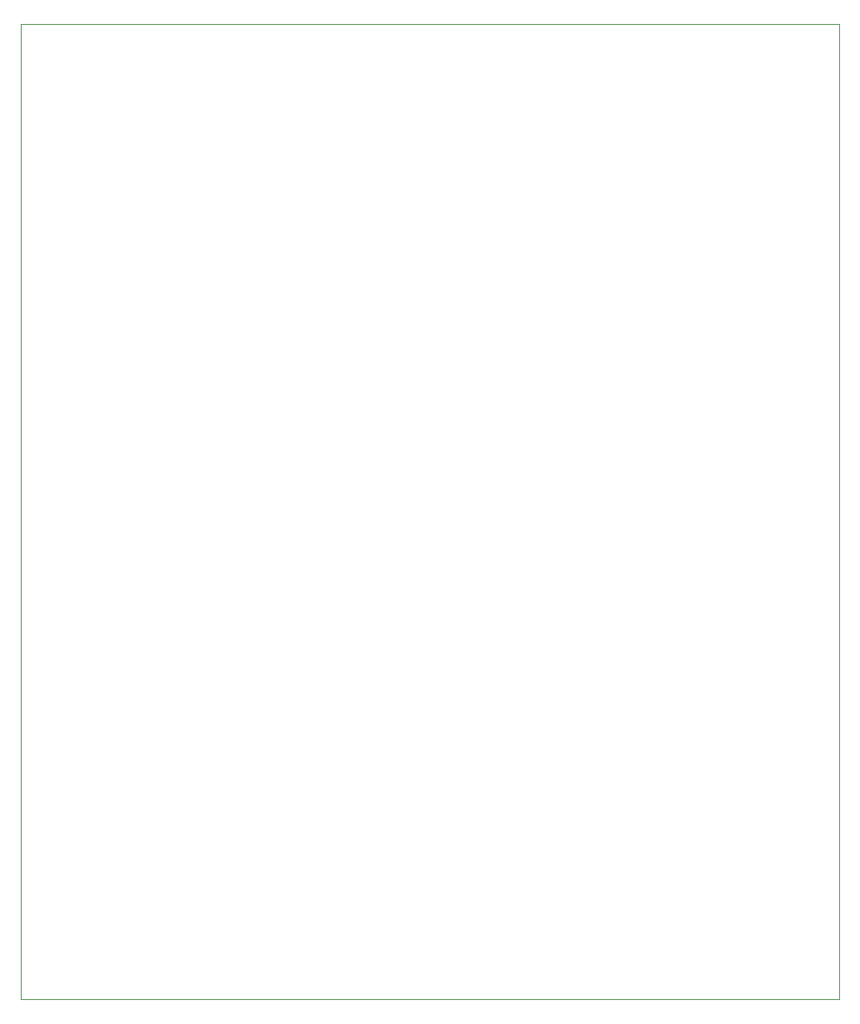
<source format=gm1>
G04 #@! TF.GenerationSoftware,KiCad,Pcbnew,(6.0.0)*
G04 #@! TF.CreationDate,2022-08-19T13:46:40+02:00*
G04 #@! TF.ProjectId,bottom,626f7474-6f6d-42e6-9b69-6361645f7063,rev?*
G04 #@! TF.SameCoordinates,Original*
G04 #@! TF.FileFunction,Profile,NP*
%FSLAX46Y46*%
G04 Gerber Fmt 4.6, Leading zero omitted, Abs format (unit mm)*
G04 Created by KiCad (PCBNEW (6.0.0)) date 2022-08-19 13:46:40*
%MOMM*%
%LPD*%
G01*
G04 APERTURE LIST*
G04 #@! TA.AperFunction,Profile*
%ADD10C,0.100000*%
G04 #@! TD*
G04 APERTURE END LIST*
D10*
X100000000Y-50000000D02*
X186500000Y-50000000D01*
X100000000Y-153000000D02*
X100000000Y-50000000D01*
X186500000Y-153000000D02*
X186500000Y-50000000D01*
X100000000Y-153000000D02*
X186500000Y-153000000D01*
M02*

</source>
